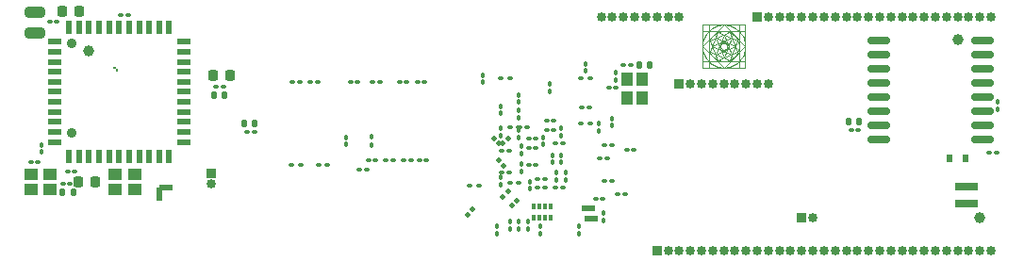
<source format=gbr>
%TF.GenerationSoftware,KiCad,Pcbnew,(6.0.2)*%
%TF.CreationDate,2022-03-22T23:14:37+08:00*%
%TF.ProjectId,som,736f6d2e-6b69-4636-9164-5f7063625858,V0R1*%
%TF.SameCoordinates,Original*%
%TF.FileFunction,Soldermask,Bot*%
%TF.FilePolarity,Negative*%
%FSLAX46Y46*%
G04 Gerber Fmt 4.6, Leading zero omitted, Abs format (unit mm)*
G04 Created by KiCad (PCBNEW (6.0.2)) date 2022-03-22 23:14:37*
%MOMM*%
%LPD*%
G01*
G04 APERTURE LIST*
G04 Aperture macros list*
%AMRoundRect*
0 Rectangle with rounded corners*
0 $1 Rounding radius*
0 $2 $3 $4 $5 $6 $7 $8 $9 X,Y pos of 4 corners*
0 Add a 4 corners polygon primitive as box body*
4,1,4,$2,$3,$4,$5,$6,$7,$8,$9,$2,$3,0*
0 Add four circle primitives for the rounded corners*
1,1,$1+$1,$2,$3*
1,1,$1+$1,$4,$5*
1,1,$1+$1,$6,$7*
1,1,$1+$1,$8,$9*
0 Add four rect primitives between the rounded corners*
20,1,$1+$1,$2,$3,$4,$5,0*
20,1,$1+$1,$4,$5,$6,$7,0*
20,1,$1+$1,$6,$7,$8,$9,0*
20,1,$1+$1,$8,$9,$2,$3,0*%
%AMFreePoly0*
4,1,6,0.650000,0.000000,0.150000,-0.250000,-0.100000,-0.250000,-0.100000,0.250000,0.150000,0.250000,0.650000,0.000000,0.650000,0.000000,$1*%
%AMFreePoly1*
4,1,6,0.100000,-0.250000,-0.600000,-0.250000,-0.100000,0.000000,-0.600000,0.250000,0.100000,0.250000,0.100000,-0.250000,0.100000,-0.250000,$1*%
G04 Aperture macros list end*
%ADD10C,0.000000*%
%ADD11C,0.100000*%
%ADD12C,0.900000*%
%ADD13RoundRect,0.100000X0.125000X0.100000X-0.125000X0.100000X-0.125000X-0.100000X0.125000X-0.100000X0*%
%ADD14RoundRect,0.100000X-0.130000X-0.100000X0.130000X-0.100000X0.130000X0.100000X-0.130000X0.100000X0*%
%ADD15RoundRect,0.100000X0.100000X-0.130000X0.100000X0.130000X-0.100000X0.130000X-0.100000X-0.130000X0*%
%ADD16RoundRect,0.100000X0.130000X0.100000X-0.130000X0.100000X-0.130000X-0.100000X0.130000X-0.100000X0*%
%ADD17RoundRect,0.100000X-0.100000X0.130000X-0.100000X-0.130000X0.100000X-0.130000X0.100000X0.130000X0*%
%ADD18RoundRect,0.100000X-0.125000X-0.100000X0.125000X-0.100000X0.125000X0.100000X-0.125000X0.100000X0*%
%ADD19RoundRect,0.100000X0.021213X0.162635X-0.162635X-0.021213X-0.021213X-0.162635X0.162635X0.021213X0*%
%ADD20RoundRect,0.225000X0.225000X0.250000X-0.225000X0.250000X-0.225000X-0.250000X0.225000X-0.250000X0*%
%ADD21R,0.850000X0.850000*%
%ADD22O,0.850000X0.850000*%
%ADD23RoundRect,0.225000X-0.225000X-0.250000X0.225000X-0.250000X0.225000X0.250000X-0.225000X0.250000X0*%
%ADD24RoundRect,0.100000X-0.100000X0.125000X-0.100000X-0.125000X0.100000X-0.125000X0.100000X0.125000X0*%
%ADD25RoundRect,0.100000X-0.021213X-0.162635X0.162635X0.021213X0.021213X0.162635X-0.162635X-0.021213X0*%
%ADD26RoundRect,0.243750X-0.656250X0.243750X-0.656250X-0.243750X0.656250X-0.243750X0.656250X0.243750X0*%
%ADD27RoundRect,0.140000X0.140000X0.170000X-0.140000X0.170000X-0.140000X-0.170000X0.140000X-0.170000X0*%
%ADD28R,0.600000X0.700000*%
%ADD29R,1.200000X0.500000*%
%ADD30FreePoly0,0.000000*%
%ADD31FreePoly1,0.000000*%
%ADD32R,0.500000X1.200000*%
%ADD33FreePoly0,270.000000*%
%ADD34FreePoly1,270.000000*%
%ADD35R,0.500000X1.300000*%
%ADD36R,1.300000X0.500000*%
%ADD37R,1.150000X1.000000*%
%ADD38RoundRect,0.150000X-0.875000X-0.150000X0.875000X-0.150000X0.875000X0.150000X-0.875000X0.150000X0*%
%ADD39RoundRect,0.100000X-0.162635X0.021213X0.021213X-0.162635X0.162635X-0.021213X-0.021213X0.162635X0*%
%ADD40RoundRect,0.140000X-0.140000X-0.170000X0.140000X-0.170000X0.140000X0.170000X-0.140000X0.170000X0*%
%ADD41R,2.000000X0.800000*%
%ADD42C,0.850000*%
%ADD43R,0.400000X0.500000*%
%ADD44R,0.300000X0.500000*%
%ADD45FreePoly0,180.000000*%
%ADD46FreePoly1,180.000000*%
%ADD47R,1.000000X1.150000*%
%ADD48C,1.000000*%
G04 APERTURE END LIST*
D10*
G36*
X8600000Y-5850000D02*
G01*
X8400000Y-5850000D01*
X8400000Y-5650000D01*
X8600000Y-5650000D01*
X8600000Y-5850000D01*
G37*
G36*
X8400000Y-5650000D02*
G01*
X8200000Y-5650000D01*
X8200000Y-5450000D01*
X8400000Y-5450000D01*
X8400000Y-5650000D01*
G37*
D11*
%TO.C,REF\u002A\u002A*%
X64920000Y-5520000D02*
X64920000Y-1680000D01*
X64920000Y-3600000D02*
X62999999Y-1680000D01*
X62480451Y-2345699D02*
X61745699Y-4119548D01*
X61642354Y-1680000D02*
X61642354Y-2242354D01*
X63430407Y-3599999D02*
X62999999Y-3169592D01*
X61642354Y-4957645D02*
X64357645Y-4957645D01*
X61642354Y-2242354D02*
X61642354Y-4957645D01*
X62695655Y-3904344D02*
X63304344Y-3904344D01*
X61080000Y-1680000D02*
X61080000Y-5520000D01*
X61080000Y-4957645D02*
X61642354Y-4957645D01*
X63000000Y-5519999D02*
X64920000Y-3600000D01*
X63734752Y-4334752D02*
X63000000Y-2560903D01*
X64357645Y-4957645D02*
X64357645Y-2242354D01*
X64920000Y-2242354D02*
X64357645Y-2242354D01*
X64920000Y-1680000D02*
X61080000Y-1680000D01*
X64920000Y-4957645D02*
X64357645Y-4957645D01*
X61080000Y-2242354D02*
X61642354Y-2242354D01*
X63734752Y-2865247D02*
X61960903Y-3600000D01*
X61080000Y-5520000D02*
X64920000Y-5520000D01*
X62265247Y-4334752D02*
X63000000Y-2560903D01*
X63000000Y-4639096D02*
X63734752Y-2865247D01*
X62265247Y-2865247D02*
X63000000Y-4639096D01*
X63519548Y-2345699D02*
X61745699Y-3080451D01*
X61642354Y-5520000D02*
X61642354Y-4957645D01*
X62999999Y-3169592D02*
X62569592Y-3600000D01*
X62999999Y-4030407D02*
X63430407Y-3599999D01*
X64039096Y-3600000D02*
X62265247Y-2865247D01*
X64357645Y-4957645D02*
X64357645Y-5520000D01*
X62480451Y-4854300D02*
X64254300Y-4119548D01*
X64357645Y-2242354D02*
X61642354Y-2242354D01*
X64357645Y-1680000D02*
X64357645Y-2242354D01*
X63519548Y-4854300D02*
X64254300Y-3080451D01*
X62999999Y-1680000D02*
X61079999Y-3600000D01*
X61079999Y-3600000D02*
X63000000Y-5519999D01*
X62569592Y-3600000D02*
X62999999Y-4030407D01*
X63304344Y-3295655D02*
X62695655Y-3295655D01*
X62695655Y-3295655D02*
X62695655Y-3904344D01*
X61745699Y-4119548D02*
X63519548Y-4854300D01*
X64254300Y-3080451D02*
X62480451Y-2345699D01*
X63304344Y-3904344D02*
X63304344Y-3295655D01*
X64254300Y-4119548D02*
X63519548Y-2345699D01*
X62265247Y-4334752D02*
X64039096Y-3600000D01*
X61745699Y-3080451D02*
X62480451Y-4854300D01*
X61960903Y-3600000D02*
X63734752Y-4334752D01*
X62999999Y-3295655D02*
X62895355Y-3314122D01*
X62806408Y-3365152D01*
X62739716Y-3442185D01*
X62701838Y-3538663D01*
X62695655Y-3599999D01*
X63000000Y-1680000D02*
X62803691Y-1689912D01*
X62613052Y-1719007D01*
X62429050Y-1766319D01*
X62252649Y-1830883D01*
X62084813Y-1911733D01*
X61926509Y-2007905D01*
X61778701Y-2118434D01*
X61642354Y-2242354D01*
X61518434Y-2378701D01*
X61407905Y-2526509D01*
X61311733Y-2684813D01*
X61230883Y-2852649D01*
X61166319Y-3029050D01*
X61119007Y-3213052D01*
X61089912Y-3403691D01*
X61080000Y-3600000D01*
X62040000Y-2640000D02*
X61946801Y-2743110D01*
X61866030Y-2852977D01*
X61797684Y-2968634D01*
X61741765Y-3089116D01*
X61698273Y-3213459D01*
X61667207Y-3340697D01*
X61648567Y-3469866D01*
X61642354Y-3599999D01*
X61648567Y-3730133D01*
X61667207Y-3859301D01*
X61698273Y-3986539D01*
X61741765Y-4110882D01*
X61797684Y-4231365D01*
X61866030Y-4347022D01*
X61946801Y-4456889D01*
X62040000Y-4560000D01*
X63304344Y-3599999D02*
X63285876Y-3495355D01*
X63234846Y-3406408D01*
X63157812Y-3339716D01*
X63061335Y-3301838D01*
X62999999Y-3295655D01*
X62999999Y-3904344D02*
X63104642Y-3885876D01*
X63193590Y-3834846D01*
X63260282Y-3757812D01*
X63298160Y-3661335D01*
X63304344Y-3599999D01*
X64920000Y-3600000D02*
X64910087Y-3403691D01*
X64880992Y-3213052D01*
X64833680Y-3029050D01*
X64769116Y-2852649D01*
X64688266Y-2684813D01*
X64592093Y-2526509D01*
X64481565Y-2378701D01*
X64357644Y-2242354D01*
X64221297Y-2118434D01*
X64073489Y-2007905D01*
X63915185Y-1911733D01*
X63747350Y-1830883D01*
X63570949Y-1766319D01*
X63386946Y-1719007D01*
X63196308Y-1689912D01*
X63000000Y-1680000D01*
X63960000Y-2640000D02*
X63856889Y-2546801D01*
X63747022Y-2466030D01*
X63631365Y-2397684D01*
X63510882Y-2341765D01*
X63386539Y-2298273D01*
X63259301Y-2267207D01*
X63130133Y-2248567D01*
X62999999Y-2242354D01*
X62869866Y-2248567D01*
X62740697Y-2267207D01*
X62613459Y-2298273D01*
X62489116Y-2341765D01*
X62368634Y-2397684D01*
X62252977Y-2466030D01*
X62143110Y-2546801D01*
X62040000Y-2640000D01*
X61080000Y-3600000D02*
X61089912Y-3796308D01*
X61119007Y-3986946D01*
X61166319Y-4170949D01*
X61230883Y-4347350D01*
X61311733Y-4515185D01*
X61407905Y-4673489D01*
X61518434Y-4821297D01*
X61642354Y-4957644D01*
X61778701Y-5081565D01*
X61926509Y-5192093D01*
X62084813Y-5288266D01*
X62252649Y-5369116D01*
X62429050Y-5433680D01*
X62613052Y-5480992D01*
X62803691Y-5510087D01*
X63000000Y-5520000D01*
X63000000Y-5520000D02*
X63196308Y-5510087D01*
X63386946Y-5480992D01*
X63570949Y-5433680D01*
X63747350Y-5369116D01*
X63915185Y-5288266D01*
X64073489Y-5192093D01*
X64221297Y-5081565D01*
X64357644Y-4957644D01*
X64481565Y-4821297D01*
X64592093Y-4673489D01*
X64688266Y-4515185D01*
X64769116Y-4347350D01*
X64833680Y-4170949D01*
X64880992Y-3986946D01*
X64910087Y-3796308D01*
X64920000Y-3600000D01*
X62040000Y-4560000D02*
X62143110Y-4653197D01*
X62252977Y-4733969D01*
X62368634Y-4802314D01*
X62489116Y-4858233D01*
X62613459Y-4901725D01*
X62740697Y-4932791D01*
X62869866Y-4951431D01*
X62999999Y-4957644D01*
X63130133Y-4951431D01*
X63259301Y-4932791D01*
X63386539Y-4901725D01*
X63510882Y-4858233D01*
X63631365Y-4802314D01*
X63747022Y-4733969D01*
X63856889Y-4653197D01*
X63960000Y-4560000D01*
X63960000Y-4560000D02*
X64053197Y-4456889D01*
X64133969Y-4347022D01*
X64202314Y-4231365D01*
X64258233Y-4110882D01*
X64301725Y-3986539D01*
X64332791Y-3859301D01*
X64351431Y-3730133D01*
X64357644Y-3599999D01*
X64351431Y-3469866D01*
X64332791Y-3340697D01*
X64301725Y-3213459D01*
X64258233Y-3089116D01*
X64202314Y-2968634D01*
X64133969Y-2852977D01*
X64053197Y-2743110D01*
X63960000Y-2640000D01*
X62695655Y-3599999D02*
X62714122Y-3704642D01*
X62765152Y-3793590D01*
X62842185Y-3860282D01*
X62938663Y-3898160D01*
X62999999Y-3904344D01*
%TD*%
D12*
%TO.C,J1*%
X4460000Y-11360000D03*
X4460000Y-3360000D03*
%TD*%
D13*
%TO.C,C95*%
X51000000Y-6500000D03*
X50200000Y-6500000D03*
%TD*%
D14*
%TO.C,C87*%
X50280000Y-9100000D03*
X50920000Y-9100000D03*
%TD*%
D15*
%TO.C,C88*%
X47400000Y-7620000D03*
X47400000Y-6980000D03*
%TD*%
D16*
%TO.C,C90*%
X43720000Y-13000000D03*
X43080000Y-13000000D03*
%TD*%
D15*
%TO.C,C92*%
X43800000Y-20020000D03*
X43800000Y-19380000D03*
%TD*%
D13*
%TO.C,C94*%
X43800000Y-6500000D03*
X43000000Y-6500000D03*
%TD*%
D17*
%TO.C,C89*%
X44600000Y-7980000D03*
X44600000Y-8620000D03*
%TD*%
D16*
%TO.C,C91*%
X43720000Y-14900000D03*
X43080000Y-14900000D03*
%TD*%
D17*
%TO.C,C122*%
X50000000Y-19780000D03*
X50000000Y-20420000D03*
%TD*%
D14*
%TO.C,C123*%
X51480000Y-17300000D03*
X52120000Y-17300000D03*
%TD*%
%TO.C,C125*%
X53480000Y-16900000D03*
X54120000Y-16900000D03*
%TD*%
D15*
%TO.C,C124*%
X52200000Y-19220000D03*
X52200000Y-18580000D03*
%TD*%
D16*
%TO.C,C126*%
X52920000Y-15700000D03*
X52280000Y-15700000D03*
%TD*%
D17*
%TO.C,C130*%
X53000000Y-10080000D03*
X53000000Y-10720000D03*
%TD*%
D14*
%TO.C,C127*%
X51880000Y-13700000D03*
X52520000Y-13700000D03*
%TD*%
D16*
%TO.C,C128*%
X54920000Y-12900000D03*
X54280000Y-12900000D03*
%TD*%
D14*
%TO.C,C129*%
X52280000Y-12500000D03*
X52920000Y-12500000D03*
%TD*%
D16*
%TO.C,C131*%
X53320000Y-7300000D03*
X52680000Y-7300000D03*
%TD*%
%TO.C,C52*%
X48520000Y-16300000D03*
X47880000Y-16300000D03*
%TD*%
%TO.C,C44*%
X48520000Y-12300000D03*
X47880000Y-12300000D03*
%TD*%
D18*
%TO.C,C53*%
X43800000Y-15900000D03*
X44600000Y-15900000D03*
%TD*%
D17*
%TO.C,C43*%
X48400000Y-10980000D03*
X48400000Y-11620000D03*
%TD*%
D19*
%TO.C,C51*%
X44426274Y-17473726D03*
X43973726Y-17926274D03*
%TD*%
D15*
%TO.C,C46*%
X48800000Y-15620000D03*
X48800000Y-14980000D03*
%TD*%
D17*
%TO.C,C47*%
X44800000Y-12580000D03*
X44800000Y-13220000D03*
%TD*%
D15*
%TO.C,C49*%
X44600000Y-10020000D03*
X44600000Y-9380000D03*
%TD*%
D17*
%TO.C,C48*%
X44800000Y-14180000D03*
X44800000Y-14820000D03*
%TD*%
D15*
%TO.C,C45*%
X48400000Y-14020000D03*
X48400000Y-13380000D03*
%TD*%
D14*
%TO.C,C42*%
X47080000Y-11100000D03*
X47720000Y-11100000D03*
%TD*%
%TO.C,C63*%
X46280000Y-15500000D03*
X46920000Y-15500000D03*
%TD*%
D17*
%TO.C,C66*%
X47600000Y-13380000D03*
X47600000Y-14020000D03*
%TD*%
D18*
%TO.C,C132*%
X50200000Y-10500000D03*
X51000000Y-10500000D03*
%TD*%
D14*
%TO.C,C65*%
X45480000Y-14300000D03*
X46120000Y-14300000D03*
%TD*%
%TO.C,C62*%
X46280000Y-16300000D03*
X46920000Y-16300000D03*
%TD*%
D15*
%TO.C,C64*%
X48000000Y-15620000D03*
X48000000Y-14980000D03*
%TD*%
D14*
%TO.C,C67*%
X45480000Y-12700000D03*
X46120000Y-12700000D03*
%TD*%
%TO.C,C68*%
X45480000Y-11900000D03*
X46120000Y-11900000D03*
%TD*%
D20*
%TO.C,C2*%
X6575000Y-15800000D03*
X5025000Y-15800000D03*
%TD*%
D19*
%TO.C,C16*%
X43626274Y-16673726D03*
X43173726Y-17126274D03*
%TD*%
D17*
%TO.C,C57*%
X42600000Y-19780000D03*
X42600000Y-20420000D03*
%TD*%
D19*
%TO.C,C15*%
X43626274Y-11873726D03*
X43173726Y-12326274D03*
%TD*%
D21*
%TO.C,J6*%
X59000000Y-7000000D03*
D22*
X60000000Y-7000000D03*
X61000000Y-7000000D03*
X62000000Y-7000000D03*
X63000000Y-7000000D03*
X64000000Y-7000000D03*
X65000000Y-7000000D03*
X66000000Y-7000000D03*
X67000000Y-7000000D03*
%TD*%
D15*
%TO.C,R11*%
X50600000Y-5820000D03*
X50600000Y-5180000D03*
%TD*%
%TO.C,R12*%
X43000000Y-9620000D03*
X43000000Y-8980000D03*
%TD*%
D17*
%TO.C,R7*%
X45400000Y-19380000D03*
X45400000Y-20020000D03*
%TD*%
%TO.C,R13*%
X43000000Y-10980000D03*
X43000000Y-11620000D03*
%TD*%
D23*
%TO.C,C20*%
X17125000Y-6200000D03*
X18675000Y-6200000D03*
%TD*%
D16*
%TO.C,R10*%
X30920000Y-14700000D03*
X30280000Y-14700000D03*
%TD*%
D15*
%TO.C,C56*%
X43000000Y-16020000D03*
X43000000Y-15380000D03*
%TD*%
D16*
%TO.C,C78*%
X36120000Y-6800000D03*
X35480000Y-6800000D03*
%TD*%
D14*
%TO.C,C82*%
X31080000Y-13800000D03*
X31720000Y-13800000D03*
%TD*%
%TO.C,C75*%
X29480000Y-6800000D03*
X30120000Y-6800000D03*
%TD*%
%TO.C,C80*%
X34280000Y-13800000D03*
X34920000Y-13800000D03*
%TD*%
D17*
%TO.C,C54*%
X41400000Y-6180000D03*
X41400000Y-6820000D03*
%TD*%
D16*
%TO.C,C73*%
X24920000Y-6800000D03*
X24280000Y-6800000D03*
%TD*%
%TO.C,C74*%
X26520000Y-6800000D03*
X25880000Y-6800000D03*
%TD*%
%TO.C,C18*%
X20870000Y-11300000D03*
X20230000Y-11300000D03*
%TD*%
%TO.C,C77*%
X34520000Y-6800000D03*
X33880000Y-6800000D03*
%TD*%
%TO.C,C81*%
X33320000Y-13800000D03*
X32680000Y-13800000D03*
%TD*%
%TO.C,C76*%
X32120000Y-6800000D03*
X31480000Y-6800000D03*
%TD*%
D17*
%TO.C,R1*%
X29100000Y-11780000D03*
X29100000Y-12420000D03*
%TD*%
D24*
%TO.C,C61*%
X31400000Y-11700000D03*
X31400000Y-12500000D03*
%TD*%
D25*
%TO.C,C59*%
X39973726Y-18726274D03*
X40426274Y-18273726D03*
%TD*%
D18*
%TO.C,C84*%
X26600000Y-14300000D03*
X27400000Y-14300000D03*
%TD*%
D17*
%TO.C,R8*%
X44600000Y-19380000D03*
X44600000Y-20020000D03*
%TD*%
D13*
%TO.C,C83*%
X25000000Y-14300000D03*
X24200000Y-14300000D03*
%TD*%
D18*
%TO.C,C60*%
X40200000Y-16100000D03*
X41000000Y-16100000D03*
%TD*%
D16*
%TO.C,C79*%
X36320000Y-13800000D03*
X35680000Y-13800000D03*
%TD*%
D14*
%TO.C,C1*%
X2480000Y-1400000D03*
X3120000Y-1400000D03*
%TD*%
D26*
%TO.C,L1*%
X1100000Y-562500D03*
X1100000Y-2437500D03*
%TD*%
D27*
%TO.C,C28*%
X75180000Y-10400000D03*
X74220000Y-10400000D03*
%TD*%
D16*
%TO.C,C29*%
X75095000Y-11100000D03*
X74455000Y-11100000D03*
%TD*%
D28*
%TO.C,D1*%
X84700000Y-13700000D03*
X83300000Y-13700000D03*
%TD*%
D14*
%TO.C,R4*%
X8880000Y-800000D03*
X9520000Y-800000D03*
%TD*%
D13*
%TO.C,C71*%
X44600000Y-10900000D03*
X43800000Y-10900000D03*
%TD*%
D14*
%TO.C,FB3*%
X44680000Y-10900000D03*
X45320000Y-10900000D03*
%TD*%
D27*
%TO.C,C19*%
X20880000Y-10500000D03*
X19920000Y-10500000D03*
%TD*%
D17*
%TO.C,C72*%
X44600000Y-11130000D03*
X44600000Y-11770000D03*
%TD*%
%TO.C,C50*%
X45600000Y-15780000D03*
X45600000Y-16420000D03*
%TD*%
%TO.C,C70*%
X46800000Y-11780000D03*
X46800000Y-12420000D03*
%TD*%
D15*
%TO.C,C93*%
X46500000Y-20420000D03*
X46500000Y-19780000D03*
%TD*%
D29*
%TO.C,JP1*%
X12900000Y-16300000D03*
D30*
X12400000Y-16300000D03*
D31*
X13400000Y-16300000D03*
%TD*%
D32*
%TO.C,JP2*%
X12300000Y-16900000D03*
D33*
X12300000Y-16400000D03*
D34*
X12300000Y-17400000D03*
%TD*%
D35*
%TO.C,U4*%
X13200000Y-13500000D03*
X12300000Y-13500000D03*
X11400000Y-13500000D03*
X10500000Y-13500000D03*
X9600000Y-13500000D03*
X8700000Y-13500000D03*
X7800000Y-13500000D03*
X6900000Y-13500000D03*
X6000000Y-13500000D03*
X5100000Y-13500000D03*
X4200000Y-13500000D03*
D36*
X2900000Y-12200000D03*
X2900000Y-11300000D03*
X2900000Y-10400000D03*
X2900000Y-9500000D03*
X2900000Y-8600000D03*
X2900000Y-7700000D03*
X2900000Y-6800000D03*
X2900000Y-5900000D03*
X2900000Y-5000000D03*
X2900000Y-4100000D03*
X2900000Y-3200000D03*
D35*
X4200000Y-1900000D03*
X5100000Y-1900000D03*
X6000000Y-1900000D03*
X6900000Y-1900000D03*
X7800000Y-1900000D03*
X8700000Y-1900000D03*
X9600000Y-1900000D03*
X10500000Y-1900000D03*
X11400000Y-1900000D03*
X12300000Y-1900000D03*
X13200000Y-1900000D03*
D36*
X14500000Y-3200000D03*
X14500000Y-4100000D03*
X14500000Y-5000000D03*
X14500000Y-5900000D03*
X14500000Y-6800000D03*
X14500000Y-7700000D03*
X14500000Y-8600000D03*
X14500000Y-9500000D03*
X14500000Y-10400000D03*
X14500000Y-11300000D03*
X14500000Y-12200000D03*
%TD*%
D21*
%TO.C,J3*%
X17000000Y-15000000D03*
D22*
X17000000Y-16000000D03*
%TD*%
D16*
%TO.C,R6*%
X87495000Y-13200000D03*
X86855000Y-13200000D03*
%TD*%
D37*
%TO.C,X1*%
X10075000Y-16500000D03*
X8325000Y-16500000D03*
X8325000Y-15100000D03*
X10075000Y-15100000D03*
%TD*%
D15*
%TO.C,C25*%
X87600000Y-9245000D03*
X87600000Y-8605000D03*
%TD*%
D38*
%TO.C,U5*%
X76950000Y-11945000D03*
X76950000Y-10675000D03*
X76950000Y-9405000D03*
X76950000Y-8135000D03*
X76950000Y-6865000D03*
X76950000Y-5595000D03*
X76950000Y-4325000D03*
X76950000Y-3055000D03*
X86250000Y-3055000D03*
X86250000Y-4325000D03*
X86250000Y-5595000D03*
X86250000Y-6865000D03*
X86250000Y-8135000D03*
X86250000Y-9405000D03*
X86250000Y-10675000D03*
X86250000Y-11945000D03*
%TD*%
D39*
%TO.C,C55*%
X42373726Y-11873726D03*
X42826274Y-12326274D03*
%TD*%
D14*
%TO.C,C69*%
X47080000Y-10300000D03*
X47720000Y-10300000D03*
%TD*%
D21*
%TO.C,J5*%
X66000000Y-1000000D03*
D22*
X67000000Y-1000000D03*
X68000000Y-1000000D03*
X69000000Y-1000000D03*
X70000000Y-1000000D03*
X71000000Y-1000000D03*
X72000000Y-1000000D03*
X73000000Y-1000000D03*
X74000000Y-1000000D03*
X75000000Y-1000000D03*
X76000000Y-1000000D03*
X77000000Y-1000000D03*
X78000000Y-1000000D03*
X79000000Y-1000000D03*
X80000000Y-1000000D03*
X81000000Y-1000000D03*
X82000000Y-1000000D03*
X83000000Y-1000000D03*
X84000000Y-1000000D03*
X85000000Y-1000000D03*
X86000000Y-1000000D03*
X87000000Y-1000000D03*
%TD*%
D40*
%TO.C,C21*%
X17220000Y-8000000D03*
X18180000Y-8000000D03*
%TD*%
D14*
%TO.C,C22*%
X17405000Y-7200000D03*
X18045000Y-7200000D03*
%TD*%
D21*
%TO.C,J4*%
X57000000Y-22000000D03*
D22*
X58000000Y-22000000D03*
X59000000Y-22000000D03*
X60000000Y-22000000D03*
X61000000Y-22000000D03*
X62000000Y-22000000D03*
X63000000Y-22000000D03*
X64000000Y-22000000D03*
X65000000Y-22000000D03*
X66000000Y-22000000D03*
X67000000Y-22000000D03*
X68000000Y-22000000D03*
X69000000Y-22000000D03*
X70000000Y-22000000D03*
X71000000Y-22000000D03*
X72000000Y-22000000D03*
X73000000Y-22000000D03*
X74000000Y-22000000D03*
X75000000Y-22000000D03*
X76000000Y-22000000D03*
X77000000Y-22000000D03*
X78000000Y-22000000D03*
X79000000Y-22000000D03*
X80000000Y-22000000D03*
X81000000Y-22000000D03*
X82000000Y-22000000D03*
X83000000Y-22000000D03*
X84000000Y-22000000D03*
X85000000Y-22000000D03*
X86000000Y-22000000D03*
X87000000Y-22000000D03*
%TD*%
D41*
%TO.C,BT1*%
X84800000Y-17750000D03*
X84800000Y-16250000D03*
%TD*%
D42*
%TO.C,J2*%
X52000000Y-1000000D03*
D22*
X53000000Y-1000000D03*
X54000000Y-1000000D03*
X55000000Y-1000000D03*
X56000000Y-1000000D03*
X57000000Y-1000000D03*
X58000000Y-1000000D03*
X59000000Y-1000000D03*
%TD*%
D23*
%TO.C,C12*%
X3575000Y-500000D03*
X5125000Y-500000D03*
%TD*%
D37*
%TO.C,X2*%
X2525000Y-16500000D03*
X775000Y-16500000D03*
X775000Y-15100000D03*
X2525000Y-15100000D03*
%TD*%
D43*
%TO.C,RN9*%
X47450000Y-19000000D03*
D44*
X46950000Y-19000000D03*
X46450000Y-19000000D03*
D43*
X45950000Y-19000000D03*
X45950000Y-18000000D03*
D44*
X46450000Y-18000000D03*
X46950000Y-18000000D03*
D43*
X47450000Y-18000000D03*
%TD*%
D39*
%TO.C,C58*%
X42773726Y-13873726D03*
X43226274Y-14326274D03*
%TD*%
D29*
%TO.C,JP3*%
X51100000Y-19100000D03*
D30*
X50600000Y-19100000D03*
D31*
X51600000Y-19100000D03*
%TD*%
D14*
%TO.C,C26*%
X3655000Y-16000000D03*
X4295000Y-16000000D03*
%TD*%
D40*
%TO.C,C27*%
X3620000Y-16750000D03*
X4580000Y-16750000D03*
%TD*%
D29*
%TO.C,JP4*%
X50800000Y-18200000D03*
D45*
X51300000Y-18200000D03*
D46*
X50300000Y-18200000D03*
%TD*%
D14*
%TO.C,FB2*%
X4080000Y-14850000D03*
X4720000Y-14850000D03*
%TD*%
%TO.C,C10*%
X780000Y-14000000D03*
X1420000Y-14000000D03*
%TD*%
D17*
%TO.C,R3*%
X1700000Y-12480000D03*
X1700000Y-13120000D03*
%TD*%
D40*
%TO.C,C120*%
X55420000Y-5300000D03*
X56380000Y-5300000D03*
%TD*%
D16*
%TO.C,C121*%
X54620000Y-5300000D03*
X53980000Y-5300000D03*
%TD*%
D17*
%TO.C,FB5*%
X53300000Y-5980000D03*
X53300000Y-6620000D03*
%TD*%
D47*
%TO.C,X5*%
X55700000Y-6525000D03*
X55700000Y-8275000D03*
X54300000Y-8275000D03*
X54300000Y-6525000D03*
%TD*%
D48*
%TO.C,FID6*%
X86000000Y-19000000D03*
%TD*%
%TO.C,FID5*%
X84000000Y-3000000D03*
%TD*%
D17*
%TO.C,R21*%
X51800000Y-10580000D03*
X51800000Y-11220000D03*
%TD*%
D21*
%TO.C,J7*%
X70000000Y-19000000D03*
D22*
X71000000Y-19000000D03*
%TD*%
D48*
%TO.C,FID4*%
X6000000Y-4000000D03*
%TD*%
M02*

</source>
